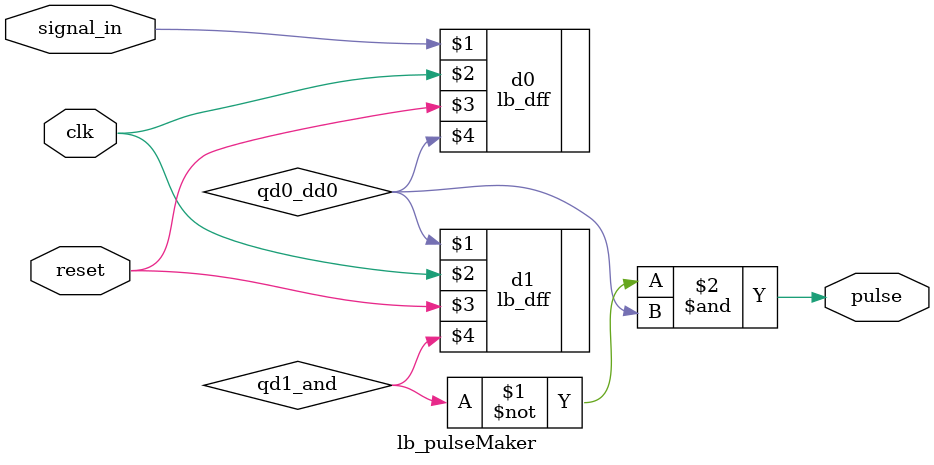
<source format=v>
`timescale 1ns / 1ps
module lb_pulseMaker(
    input clk,			//clock
    input signal_in,    //signal which the module is going to identifie the transition
	input reset,	    //reset (negedge)
    output wire pulse   //pulse generated.
    );
	
	wire qd0_dd0;
	wire qd1_and;
	//		  D,   clk,  reset,  Q
	lb_dff d0(signal_in, clk, reset, qd0_dd0),
		   d1(qd0_dd0, clk, reset, qd1_and);
	
	assign pulse = ((~qd1_and) & qd0_dd0);  
	
endmodule

</source>
